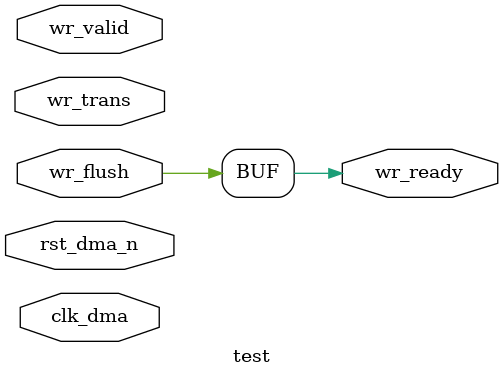
<source format=v>
module test (
input  		clk_dma,
input  		rst_dma_n,		

input  		wr_valid,
input  		wr_trans,		
input  		wr_flush,		

output 		wr_ready);		

wire   buf_wr_wstrb;

assign buf_wr_wstrb = wr_ready && wr_valid;
assign wr_ready = wr_flush ;

endmodule

</source>
